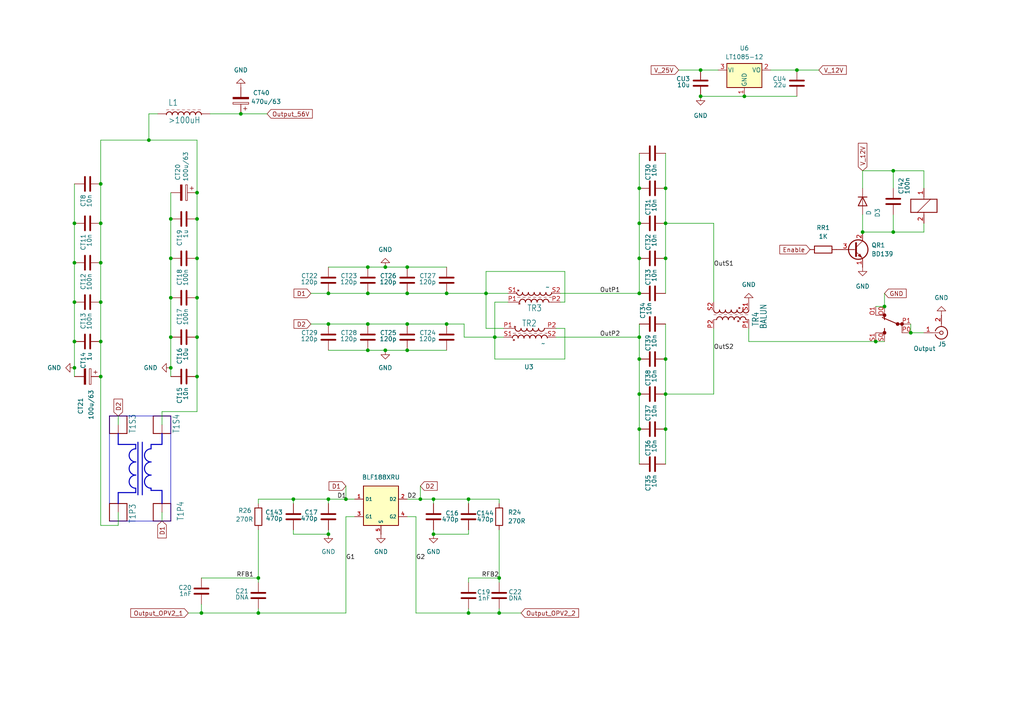
<source format=kicad_sch>
(kicad_sch (version 20231120) (generator "eeschema") (generator_version "8.0")
  (paper "A4")
  (lib_symbols
    (symbol "Connector:Conn_Coaxial" (pin_names (offset 1.016) hide)
      (property "Reference" "J" (at 0.254 3.048 0))
      (property "Value" "Conn_Coaxial" (at 2.921 0 90))
      (symbol "Conn_Coaxial_1_1"
        (pin passive line (at -5.08 0 0) (length 2.54) (name "In") (number "1"))
        (pin passive line (at 0 -5.08 90) (length 2.54) (name "Ext") (number "2"))
      )
    )
    (symbol "Device:C" (pin_numbers hide) (pin_names (offset 0.254))
      (property "Reference" "C" (at 0.635 2.54 0))
      (property "Value" "C" (at 0.635 -2.54 0))
      (symbol "C_1_1"
        (pin passive line (at 0 3.81 270) (length 2.794) (name "~") (number "1"))
        (pin passive line (at 0 -3.81 90) (length 2.794) (name "~") (number "2"))
      )
    )
    (symbol "Device:C_Polarized" (pin_numbers hide) (pin_names (offset 0.254))
      (property "Reference" "C" (at 0.635 2.54 0))
      (property "Value" "C_Polarized" (at 0.635 -2.54 0))
      (symbol "C_Polarized_1_1"
        (pin passive line (at 0 3.81 270) (length 2.794) (name "~") (number "1"))
        (pin passive line (at 0 -3.81 90) (length 2.794) (name "~") (number "2"))
      )
    )
    (symbol "Device:D" (pin_numbers hide) (pin_names (offset 1.016) hide)
      (property "Reference" "D" (at 0 2.54 0))
      (property "Value" "D" (at 0 -2.54 0))
      (symbol "D_1_1"
        (pin passive line (at -3.81 0 0) (length 2.54) (name "K") (number "1"))
        (pin passive line (at 3.81 0 180) (length 2.54) (name "A") (number "2"))
      )
    )
    (symbol "Device:R" (pin_numbers hide) (pin_names (offset 0))
      (property "Reference" "R" (at 2.032 0 90))
      (property "Value" "R" (at 0 0 90))
      (symbol "R_1_1"
        (pin passive line (at 0 3.81 270) (length 1.27) (name "~") (number "1"))
        (pin passive line (at 0 -3.81 90) (length 1.27) (name "~") (number "2"))
      )
    )
    (symbol "New_Library_0:BLF188XRU"
      (property "Reference" "U3" (at 42.926 40.894 0))
      (property "Value" "BLF188XRU" (at 0 8.89 0))
      (symbol "BLF188XRU_1_1"
        (pin input line (at -7.62 2.54 0) (length 2.54) (name "D1") (number "1"))
        (pin output line (at 7.62 2.54 180) (length 2.54) (name "D2") (number "2"))
        (pin input line (at -7.62 -2.54 0) (length 2.54) (name "G1") (number "3"))
        (pin input line (at 7.62 -2.54 180) (length 2.54) (name "G2") (number "4"))
        (pin power_in line (at 0 -7.62 90) (length 2.54) (name "S") (number "5"))
      )
    )
    (symbol "Regulator_Linear:LT1085-12" (pin_names (offset 0.254))
      (property "Reference" "U" (at -3.81 3.175 0))
      (property "Value" "LT1085-12" (at 0 3.175 0))
      (symbol "LT1085-12_1_1"
        (pin power_in line (at 0 -7.62 90) (length 2.54) (name "GND") (number "1"))
        (pin power_out line (at 7.62 0 180) (length 2.54) (name "VO") (number "2"))
        (pin power_in line (at -7.62 0 0) (length 2.54) (name "VI") (number "3"))
      )
    )
    (symbol "Transistor_BJT:BD139" (pin_names (offset 0) hide)
      (property "Reference" "Q" (at 5.08 1.905 0))
      (property "Value" "BD139" (at 5.08 0 0))
      (symbol "BD139_1_1"
        (pin passive line (at 2.54 -5.08 90) (length 2.54) (name "E") (number "1"))
        (pin passive line (at 2.54 5.08 270) (length 2.54) (name "C") (number "2"))
        (pin input line (at -5.08 0 0) (length 5.08) (name "B") (number "3"))
      )
    )
    (symbol "kwpa_ldmos2-eagle-import:G2RE"
      (symbol "G2RE_1_0"
        (pin passive line (at 0 5.08 270) (length 2.54) (name "1") (number "1"))
        (pin passive line (at 0 -5.08 90) (length 2.54) (name "2") (number "2"))
      )
      (symbol "G2RE_2_0"
        (pin passive line (at 5.08 5.08 180) (length 2.54) (name "O") (number "O0"))
        (pin passive line (at 5.08 7.62 180) (length 2.54) (name "O@1") (number "O1"))
        (pin passive line (at -2.54 -2.54 90) (length 2.54) (name "P@1") (number "P0"))
        (pin passive line (at 0 -2.54 90) (length 2.54) (name "P") (number "P1"))
        (pin passive line (at -5.08 5.08 0) (length 2.54) (name "S") (number "S0"))
        (pin passive line (at -5.08 7.62 0) (length 2.54) (name "S@1") (number "S1"))
      )
    )
    (symbol "kwpa_ldmos2-eagle-import:km_HF_SPULE_1W30X12"
      (property "Reference" "L" (at -4.572 2.286 0))
      (symbol "km_HF_SPULE_1W30X12_1_0"
        (pin passive line (at 7.62 0 180) (length 2.54) (name "1") (number "P$1"))
        (pin passive line (at -7.62 0 0) (length 2.54) (name "2") (number "P$2"))
      )
    )
    (symbol "kwpa_ldmos2-eagle-import:km_HF_TRAFO_1W_1WMANTEL_STEHEND"
      (property "Reference" "TR" (at -4.572 6.096 0))
      (symbol "km_HF_TRAFO_1W_1WMANTEL_STEHEND_1_0"
        (text "*" (at -3.4925 3.175 0) (effects (font (size 1.27 1.0795)) (justify left bottom)))
        (text "*" (at 0.3175 3.4925 0) (effects (font (size 1.27 1.0795)) (justify left bottom)))
        (pin passive line (at -5.08 5.08 0) (length 2.54) (name "P1") (number "P1"))
        (pin passive line (at -5.08 -5.08 0) (length 2.54) (name "P2") (number "P2"))
        (pin passive line (at 2.54 5.08 180) (length 2.54) (name "S1") (number "S1"))
        (pin passive line (at 2.54 -5.08 180) (length 2.54) (name "S2") (number "S2"))
      )
    )
    (symbol "kwpa_ldmos2-eagle-import:km_HF_TRAFO_1W_1W_GERADE_DOPPELROHR"
      (property "Reference" "TR" (at 4.572 -1.016 0))
      (symbol "km_HF_TRAFO_1W_1W_GERADE_DOPPELROHR_1_0"
        (text "*" (at -3.4925 2.8575 900) (effects (font (size 1.27 1.0795)) (justify left bottom)))
        (text "*" (at -3.175 -0.9525 900) (effects (font (size 1.27 1.0795)) (justify left bottom)))
        (pin passive line (at -7.62 0 0) (length 2.54) (name "P1") (number "P1"))
        (pin passive line (at 7.62 0 180) (length 2.54) (name "P2") (number "P2"))
        (pin passive line (at -7.62 2.54 0) (length 2.54) (name "S1") (number "S1"))
        (pin passive line (at 7.62 2.54 180) (length 2.54) (name "S2") (number "S2"))
      )
    )
    (symbol "kwpa_ldmos2-eagle-import:km_HF_TRAFO_1W_1W_GERADE_DOPPELROHRREVERSE"
      (property "Reference" "TR" (at 4.572 -1.016 0))
      (symbol "km_HF_TRAFO_1W_1W_GERADE_DOPPELROHRREVERSE_1_0"
        (text "*" (at -3.4925 2.8575 900) (effects (font (size 1.27 1.0795)) (justify left bottom)))
        (text "*" (at -3.175 -0.9525 900) (effects (font (size 1.27 1.0795)) (justify left bottom)))
        (pin passive line (at -7.62 0 0) (length 2.54) (name "P1") (number "P1"))
        (pin passive line (at 7.62 0 180) (length 2.54) (name "P2") (number "P2"))
        (pin passive line (at -7.62 2.54 0) (length 2.54) (name "S1") (number "S1"))
        (pin passive line (at 7.62 2.54 180) (length 2.54) (name "S2") (number "S2"))
      )
    )
    (symbol "kwpa_ldmos2-eagle-import:km_THICKPINSMD2,5X4"
      (property "Reference" "JP" (at -5.08 3.81 0))
      (symbol "km_THICKPINSMD2,5X4_1_0"
        (pin bidirectional line (at -2.54 0 0) (length 2.54) (name "1") (number "P$1"))
      )
    )
    (symbol "power:GND" (power) (pin_numbers hide) (pin_names (offset 0) hide)
      (property "Value" "GND" (at 0 -3.81 0))
      (symbol "GND_1_1"
        (pin power_in line (at 0 0 270) (length 0) (name "~") (number "1"))
      )
    )
  )
  (junction (at 193.04 54.61))
  (junction (at 118.11 101.6))
  (junction (at 125.73 144.78))
  (junction (at 95.25 154.94))
  (junction (at 74.93 167.64))
  (junction (at 21.59 99.06))
  (junction (at 254 99.06))
  (junction (at 203.2 20.32))
  (junction (at 43.18 40.64))
  (junction (at 193.04 64.77))
  (junction (at 21.59 87.63))
  (junction (at 49.53 63.5))
  (junction (at 49.53 106.68))
  (junction (at 125.73 154.94))
  (junction (at 106.68 101.6))
  (junction (at 49.53 97.79))
  (junction (at 129.54 85.09))
  (junction (at 215.9 27.94))
  (junction (at 193.04 124.46))
  (junction (at 129.54 93.98))
  (junction (at 231.14 20.32))
  (junction (at 100.33 144.78))
  (junction (at 21.59 106.68))
  (junction (at 250.19 67.31))
  (junction (at 118.11 93.98))
  (junction (at 193.04 114.3))
  (junction (at 29.21 64.77))
  (junction (at 29.21 87.63))
  (junction (at 95.25 144.78))
  (junction (at 95.25 93.98))
  (junction (at 185.42 54.61))
  (junction (at 57.15 97.79))
  (junction (at 106.68 93.98))
  (junction (at 49.53 74.93))
  (junction (at 185.42 85.09))
  (junction (at 185.42 104.14))
  (junction (at 135.89 144.78))
  (junction (at 21.59 76.2))
  (junction (at 118.11 85.09))
  (junction (at 29.21 99.06))
  (junction (at 193.04 74.93))
  (junction (at 49.53 86.36))
  (junction (at 57.15 74.93))
  (junction (at 193.04 104.14))
  (junction (at 74.93 177.8))
  (junction (at 256.54 88.9))
  (junction (at 121.92 144.78))
  (junction (at 57.15 55.88))
  (junction (at 29.21 109.22))
  (junction (at 106.68 77.47))
  (junction (at 95.25 85.09))
  (junction (at 203.2 27.94))
  (junction (at 135.89 177.8))
  (junction (at 259.08 49.53))
  (junction (at 29.21 53.34))
  (junction (at 29.21 76.2))
  (junction (at 118.11 77.47))
  (junction (at 143.51 97.79))
  (junction (at 185.42 97.79))
  (junction (at 111.76 101.6))
  (junction (at 58.42 177.8))
  (junction (at 185.42 124.46))
  (junction (at 144.78 167.64))
  (junction (at 57.15 63.5))
  (junction (at 57.15 86.36))
  (junction (at 85.09 144.78))
  (junction (at 57.15 109.22))
  (junction (at 185.42 114.3))
  (junction (at 106.68 85.09))
  (junction (at 259.08 67.31))
  (junction (at 69.85 33.02))
  (junction (at 140.97 85.09))
  (junction (at 111.76 77.47))
  (junction (at 21.59 64.77))
  (junction (at 185.42 74.93))
  (junction (at 264.16 96.52))
  (junction (at 144.78 177.8))
  (junction (at 185.42 64.77))
  (wire (pts (xy 49.53 63.5) (xy 49.53 74.93)))
  (polyline (pts (xy 31.75 120.65) (xy 49.53 120.65)) (stroke (width 0.1524) (type solid)))
  (polyline (pts (xy 43.815 128.905) (xy 46.99 128.905)) (stroke (width 0.3048) (type solid)))
  (wire (pts (xy 264.16 93.98) (xy 264.16 96.52)))
  (wire (pts (xy 118.11 77.47) (xy 129.54 77.47)))
  (wire (pts (xy 29.21 99.06) (xy 29.21 109.22)))
  (wire (pts (xy 231.14 20.32) (xy 237.49 20.32)))
  (wire (pts (xy 264.16 96.52) (xy 267.97 96.52)))
  (wire (pts (xy 250.19 67.31) (xy 259.08 67.31)))
  (wire (pts (xy 95.25 93.98) (xy 106.68 93.98)))
  (wire (pts (xy 259.08 67.31) (xy 267.97 67.31)))
  (wire (pts (xy 74.93 144.78) (xy 85.09 144.78)))
  (wire (pts (xy 144.78 153.67) (xy 144.78 167.64)))
  (polyline (pts (xy 41.275 143.51) (xy 41.275 128.27)) (stroke (width 0.3048) (type solid)))
  (polyline (pts (xy 46.99 142.24) (xy 46.99 146.05)) (stroke (width 0.3048) (type solid)))
  (wire (pts (xy 49.53 97.79) (xy 49.53 106.68)))
  (wire (pts (xy 135.89 144.78) (xy 144.78 144.78)))
  (wire (pts (xy 203.2 27.94) (xy 215.9 27.94)))
  (wire (pts (xy 106.68 85.09) (xy 118.11 85.09)))
  (wire (pts (xy 95.25 85.09) (xy 106.68 85.09)))
  (wire (pts (xy 129.54 93.98) (xy 134.62 93.98)) (stroke (width 0.1524)))
  (wire (pts (xy 46.99 151.13) (xy 46.99 148.59)))
  (wire (pts (xy 106.68 93.98) (xy 118.11 93.98)))
  (wire (pts (xy 74.93 144.78) (xy 74.93 146.05)))
  (wire (pts (xy 57.15 86.36) (xy 57.15 97.79)))
  (wire (pts (xy 120.65 149.86) (xy 118.11 149.86)))
  (wire (pts (xy 95.25 153.67) (xy 95.25 154.94)))
  (wire (pts (xy 100.33 149.86) (xy 100.33 177.8)))
  (wire (pts (xy 49.53 86.36) (xy 49.53 97.79)))
  (wire (pts (xy 135.89 177.8) (xy 144.78 177.8)))
  (wire (pts (xy 135.89 168.91) (xy 135.89 167.64)))
  (wire (pts (xy 193.04 124.46) (xy 193.04 134.62)))
  (wire (pts (xy 163.83 78.74) (xy 140.97 78.74)) (stroke (width 0.1524)))
  (wire (pts (xy 34.29 120.65) (xy 34.29 123.19)))
  (wire (pts (xy 29.21 109.22) (xy 29.21 152.4)))
  (wire (pts (xy 146.05 95.25) (xy 140.97 95.25)) (stroke (width 0.1524)))
  (polyline (pts (xy 43.815 130.175) (xy 43.815 128.905)) (stroke (width 0.3048) (type solid)))
  (wire (pts (xy 120.65 149.86) (xy 120.65 177.8)))
  (wire (pts (xy 57.15 55.88) (xy 57.15 63.5)))
  (wire (pts (xy 95.25 144.78) (xy 95.25 146.05)))
  (wire (pts (xy 74.93 167.64) (xy 74.93 168.91)))
  (wire (pts (xy 193.04 93.98) (xy 193.04 104.14)))
  (wire (pts (xy 193.04 64.77) (xy 193.04 74.93)))
  (wire (pts (xy 125.73 144.78) (xy 135.89 144.78)))
  (polyline (pts (xy 43.815 142.24) (xy 46.99 142.24)) (stroke (width 0.3048) (type solid)))
  (wire (pts (xy 162.56 87.63) (xy 163.83 87.63)) (stroke (width 0.1524)))
  (wire (pts (xy 135.89 154.94) (xy 125.73 154.94)))
  (wire (pts (xy 111.76 77.47) (xy 118.11 77.47)))
  (wire (pts (xy 49.53 74.93) (xy 49.53 86.36)))
  (wire (pts (xy 193.04 74.93) (xy 193.04 85.09)))
  (wire (pts (xy 223.52 20.32) (xy 231.14 20.32)))
  (wire (pts (xy 147.32 85.09) (xy 140.97 85.09)) (stroke (width 0.1524)))
  (wire (pts (xy 95.25 77.47) (xy 106.68 77.47)))
  (wire (pts (xy 21.59 53.34) (xy 21.59 64.77)))
  (wire (pts (xy 203.2 20.32) (xy 208.28 20.32)))
  (wire (pts (xy 43.18 40.64) (xy 57.15 40.64)))
  (wire (pts (xy 250.19 62.23) (xy 250.19 67.31)))
  (wire (pts (xy 207.01 78.74) (xy 207.01 64.77)))
  (wire (pts (xy 217.17 99.06) (xy 254 99.06)))
  (wire (pts (xy 58.42 177.8) (xy 58.42 175.26)))
  (wire (pts (xy 29.21 64.77) (xy 29.21 76.2)))
  (wire (pts (xy 46.99 119.38) (xy 46.99 123.19)))
  (wire (pts (xy 185.42 104.14) (xy 185.42 114.3)))
  (wire (pts (xy 118.11 144.78) (xy 121.92 144.78)))
  (wire (pts (xy 111.76 101.6) (xy 118.11 101.6)))
  (wire (pts (xy 95.25 144.78) (xy 100.33 144.78)))
  (wire (pts (xy 185.42 93.98) (xy 185.42 97.79)))
  (wire (pts (xy 54.61 177.8) (xy 58.42 177.8)))
  (wire (pts (xy 256.54 88.9) (xy 254 88.9)))
  (polyline (pts (xy 46.99 128.905) (xy 46.99 125.73)) (stroke (width 0.3048) (type solid)))
  (wire (pts (xy 144.78 167.64) (xy 144.78 168.91)))
  (wire (pts (xy 29.21 152.4) (xy 34.29 152.4)))
  (wire (pts (xy 193.04 54.61) (xy 193.04 64.77)))
  (wire (pts (xy 143.51 104.14) (xy 143.51 97.79)) (stroke (width 0.1524)))
  (wire (pts (xy 193.04 114.3) (xy 193.04 124.46)))
  (wire (pts (xy 162.56 85.09) (xy 185.42 85.09)) (stroke (width 0.1524)))
  (wire (pts (xy 144.78 146.05) (xy 144.78 144.78)))
  (wire (pts (xy 140.97 95.25) (xy 140.97 85.09)) (stroke (width 0.1524)))
  (wire (pts (xy 34.29 152.4) (xy 34.29 148.59)))
  (wire (pts (xy 140.97 78.74) (xy 140.97 85.09)) (stroke (width 0.1524)))
  (polyline (pts (xy 43.815 141.605) (xy 43.815 142.24)) (stroke (width 0.3048) (type solid)))
  (polyline (pts (xy 31.75 146.05) (xy 31.75 120.65)) (stroke (width 0.1524) (type solid)))
  (wire (pts (xy 57.15 109.22) (xy 57.15 119.38)))
  (wire (pts (xy 144.78 176.53) (xy 144.78 177.8)))
  (wire (pts (xy 85.09 154.94) (xy 95.25 154.94)))
  (polyline (pts (xy 40.005 143.51) (xy 40.005 128.27)) (stroke (width 0.3048) (type solid)))
  (wire (pts (xy 163.83 95.25) (xy 163.83 104.14)) (stroke (width 0.1524)))
  (wire (pts (xy 121.92 140.97) (xy 121.92 144.78)))
  (wire (pts (xy 29.21 76.2) (xy 29.21 87.63)))
  (polyline (pts (xy 49.53 120.65) (xy 49.53 151.13)) (stroke (width 0.1524) (type solid)))
  (wire (pts (xy 144.78 177.8) (xy 151.13 177.8)))
  (wire (pts (xy 43.18 33.02) (xy 43.18 40.64)))
  (wire (pts (xy 57.15 97.79) (xy 57.15 109.22)))
  (wire (pts (xy 161.29 95.25) (xy 163.83 95.25)) (stroke (width 0.1524)))
  (wire (pts (xy 118.11 93.98) (xy 129.54 93.98)) (stroke (width 0.1524)))
  (wire (pts (xy 85.09 144.78) (xy 95.25 144.78)))
  (wire (pts (xy 74.93 153.67) (xy 74.93 167.64)))
  (wire (pts (xy 250.19 49.53) (xy 259.08 49.53)))
  (wire (pts (xy 193.04 114.3) (xy 207.01 114.3)))
  (wire (pts (xy 118.11 101.6) (xy 129.54 101.6)))
  (wire (pts (xy 193.04 44.45) (xy 193.04 54.61)))
  (wire (pts (xy 74.93 176.53) (xy 74.93 177.8)))
  (wire (pts (xy 125.73 154.94) (xy 125.73 153.67)))
  (wire (pts (xy 134.62 97.79) (xy 134.62 93.98)) (stroke (width 0.1524)))
  (wire (pts (xy 90.17 85.09) (xy 95.25 85.09)))
  (wire (pts (xy 140.97 85.09) (xy 129.54 85.09)) (stroke (width 0.1524)))
  (wire (pts (xy 43.18 33.02) (xy 45.72 33.02)))
  (wire (pts (xy 146.05 97.79) (xy 143.51 97.79)) (stroke (width 0.1524)))
  (wire (pts (xy 106.68 101.6) (xy 111.76 101.6)))
  (wire (pts (xy 143.51 97.79) (xy 134.62 97.79)) (stroke (width 0.1524)))
  (wire (pts (xy 106.68 77.47) (xy 111.76 77.47)))
  (wire (pts (xy 29.21 87.63) (xy 29.21 99.06)))
  (wire (pts (xy 118.11 85.09) (xy 129.54 85.09)) (stroke (width 0.1524)))
  (wire (pts (xy 120.65 177.8) (xy 135.89 177.8)))
  (wire (pts (xy 267.97 64.77) (xy 267.97 67.31)))
  (wire (pts (xy 135.89 167.64) (xy 144.78 167.64)))
  (wire (pts (xy 196.85 20.32) (xy 203.2 20.32)))
  (wire (pts (xy 215.9 27.94) (xy 231.14 27.94)))
  (wire (pts (xy 125.73 144.78) (xy 125.73 146.05)))
  (wire (pts (xy 85.09 144.78) (xy 85.09 146.05)))
  (polyline (pts (xy 34.29 128.905) (xy 34.29 125.73)) (stroke (width 0.3048) (type solid)))
  (wire (pts (xy 21.59 76.2) (xy 21.59 87.63)))
  (wire (pts (xy 207.01 95.25) (xy 207.01 114.3)))
  (wire (pts (xy 57.15 119.38) (xy 46.99 119.38)))
  (wire (pts (xy 143.51 87.63) (xy 143.51 97.79)) (stroke (width 0.1524)))
  (wire (pts (xy 250.19 49.53) (xy 250.19 54.61)))
  (wire (pts (xy 259.08 49.53) (xy 267.97 49.53)))
  (wire (pts (xy 90.17 93.98) (xy 95.25 93.98)))
  (wire (pts (xy 95.25 101.6) (xy 106.68 101.6)))
  (wire (pts (xy 185.42 74.93) (xy 185.42 85.09)))
  (polyline (pts (xy 39.37 141.605) (xy 39.37 142.875)) (stroke (width 0.3048) (type solid)))
  (polyline (pts (xy 39.37 130.175) (xy 39.37 128.905)) (stroke (width 0.3048) (type solid)))
  (wire (pts (xy 256.54 85.09) (xy 256.54 88.9)))
  (wire (pts (xy 185.42 54.61) (xy 185.42 64.77)))
  (wire (pts (xy 69.85 33.02) (xy 77.47 33.02)))
  (polyline (pts (xy 39.37 128.905) (xy 34.29 128.905)) (stroke (width 0.3048) (type solid)))
  (wire (pts (xy 135.89 153.67) (xy 135.89 154.94)))
  (wire (pts (xy 57.15 74.93) (xy 57.15 86.36)))
  (wire (pts (xy 21.59 64.77) (xy 21.59 76.2)))
  (polyline (pts (xy 39.37 142.875) (xy 34.29 142.875)) (stroke (width 0.3048) (type solid)))
  (wire (pts (xy 254 99.06) (xy 256.54 99.06)))
  (wire (pts (xy 185.42 114.3) (xy 185.42 124.46)))
  (wire (pts (xy 100.33 144.78) (xy 102.87 144.78)))
  (wire (pts (xy 29.21 53.34) (xy 29.21 40.64)))
  (wire (pts (xy 135.89 176.53) (xy 135.89 177.8)))
  (wire (pts (xy 29.21 53.34) (xy 29.21 64.77)))
  (wire (pts (xy 193.04 104.14) (xy 193.04 114.3)))
  (wire (pts (xy 21.59 87.63) (xy 21.59 99.06)))
  (polyline (pts (xy 49.53 151.13) (xy 31.75 151.13)) (stroke (width 0.1524) (type solid)))
  (wire (pts (xy 185.42 64.77) (xy 185.42 74.93)))
  (wire (pts (xy 60.96 33.02) (xy 69.85 33.02)))
  (wire (pts (xy 163.83 104.14) (xy 143.51 104.14)) (stroke (width 0.1524)))
  (wire (pts (xy 21.59 99.06) (xy 21.59 106.68)))
  (wire (pts (xy 217.17 95.25) (xy 217.17 99.06)))
  (wire (pts (xy 49.53 106.68) (xy 49.53 109.22)))
  (polyline (pts (xy 34.29 142.875) (xy 34.29 146.05)) (stroke (width 0.3048) (type solid)))
  (wire (pts (xy 163.83 87.63) (xy 163.83 78.74)) (stroke (width 0.1524)))
  (wire (pts (xy 161.29 97.79) (xy 185.42 97.79)) (stroke (width 0.1524)))
  (wire (pts (xy 85.09 153.67) (xy 85.09 154.94)))
  (wire (pts (xy 185.42 124.46) (xy 185.42 134.62)))
  (wire (pts (xy 58.42 177.8) (xy 74.93 177.8)))
  (wire (pts (xy 207.01 64.77) (xy 193.04 64.77)))
  (wire (pts (xy 100.33 140.97) (xy 100.33 144.78)))
  (wire (pts (xy 29.21 40.64) (xy 43.18 40.64)))
  (wire (pts (xy 185.42 44.45) (xy 185.42 54.61)))
  (wire (pts (xy 21.59 106.68) (xy 21.59 109.22)))
  (wire (pts (xy 147.32 87.63) (xy 143.51 87.63)) (stroke (width 0.1524)))
  (wire (pts (xy 185.42 97.79) (xy 185.42 93.98)) (stroke (width 0.1524)))
  (wire (pts (xy 100.33 149.86) (xy 102.87 149.86)))
  (wire (pts (xy 58.42 167.64) (xy 74.93 167.64)))
  (wire (pts (xy 100.33 177.8) (xy 74.93 177.8)))
  (wire (pts (xy 57.15 40.64) (xy 57.15 55.88)))
  (wire (pts (xy 267.97 49.53) (xy 267.97 54.61)))
  (wire (pts (xy 49.53 55.88) (xy 49.53 63.5)))
  (wire (pts (xy 259.08 62.23) (xy 259.08 67.31)))
  (wire (pts (xy 57.15 63.5) (xy 57.15 74.93)))
  (wire (pts (xy 121.92 144.78) (xy 125.73 144.78)))
  (wire (pts (xy 259.08 49.53) (xy 259.08 54.61)))
  (wire (pts (xy 185.42 97.79) (xy 185.42 104.14)))
  (wire (pts (xy 207.01 87.63) (xy 207.01 78.74)) (stroke (width 0.1524)))
  (wire (pts (xy 135.89 144.78) (xy 135.89 146.05)))
  (arc (start 43.815 141.605) (mid 41.91 139.7) (end 43.815 137.795) (stroke (width 0.3048)))
  (arc (start 43.815 137.795) (mid 41.91 135.89) (end 43.815 133.985) (stroke (width 0.3048)))
  (arc (start 39.37 133.985) (mid 37.465 132.08) (end 39.37 130.175) (stroke (width 0.3048)))
  (arc (start 43.815 133.985) (mid 41.91 132.08) (end 43.815 130.175) (stroke (width 0.3048)))
  (arc (start 39.37 137.795) (mid 37.465 135.89) (end 39.37 133.985) (stroke (width 0.3048)))
  (arc (start 39.37 141.605) (mid 37.465 139.7) (end 39.37 137.795) (stroke (width 0.3048)))
  (label "G2" (at 120.65 162.56 0))
  (label "RFB1" (at 68.58 167.64 0))
  (label "OutP1" (at 173.99 85.09 0))
  (label "OutS1" (at 207.01 77.47 0))
  (label "OutS2" (at 207.01 101.6 0))
  (label "D2" (at 118.11 144.78 0))
  (label "D1" (at 97.79 144.78 0))
  (label "OutP2" (at 173.99 97.79 0))
  (label "G1" (at 100.33 162.56 0))
  (label "RFB2" (at 139.7 167.64 0))
  (global_label "V_12V" (shape input) (at 237.49 20.32 0) (property "Intersheetrefs" "${INTERSHEET_REFS}" (effects (hide yes))))
  (global_label "Output_OPV2_2" (shape input) (at 151.13 177.8 0) (property "Intersheetrefs" "${INTERSHEET_REFS}" (effects (hide yes))))
  (global_label "D2" (shape input) (at 90.17 93.98 180) (property "Intersheetrefs" "${INTERSHEET_REFS}" (effects (hide yes))))
  (global_label "Output_OPV2_1" (shape input) (at 54.61 177.8 180) (property "Intersheetrefs" "${INTERSHEET_REFS}" (effects (hide yes))))
  (global_label "V_25V" (shape input) (at 196.85 20.32 180) (property "Intersheetrefs" "${INTERSHEET_REFS}" (effects (hide yes))))
  (global_label "D2" (shape input) (at 121.92 140.97 0) (property "Intersheetrefs" "${INTERSHEET_REFS}" (effects (hide yes))))
  (global_label "D1" (shape input) (at 100.33 140.97 180) (property "Intersheetrefs" "${INTERSHEET_REFS}" (effects (hide yes))))
  (global_label "D1" (shape input) (at 46.99 151.13 270) (property "Intersheetrefs" "${INTERSHEET_REFS}" (effects (hide yes))))
  (global_label "V_12V" (shape input) (at 250.19 49.53 90) (property "Intersheetrefs" "${INTERSHEET_REFS}" (effects (hide yes))))
  (global_label "GND" (shape input) (at 256.54 85.09 0) (property "Intersheetrefs" "${INTERSHEET_REFS}" (effects (hide yes))))
  (global_label "Enable" (shape input) (at 234.95 72.39 180) (property "Intersheetrefs" "${INTERSHEET_REFS}" (effects (hide yes))))
  (global_label "D1" (shape input) (at 90.17 85.09 180) (property "Intersheetrefs" "${INTERSHEET_REFS}" (effects (hide yes))))
  (global_label "Output_56V" (shape input) (at 77.47 33.02 0) (property "Intersheetrefs" "${INTERSHEET_REFS}" (effects (hide yes))))
  (global_label "D2" (shape input) (at 34.29 120.65 90) (property "Intersheetrefs" "${INTERSHEET_REFS}" (effects (hide yes))))
  (symbol (lib_id "Transistor_BJT:BD139") (at 247.65 72.39 0) (unit 1)
    (property "Reference" "QR1" (at 252.73 71.1199 0) (effects (justify left)))
    (property "Value" "BD139" (at 252.73 73.6599 0) (effects (justify left)))
    (property "Footprint" "Package_TO_SOT_THT:TO-126-3_Vertical" (effects (hide yes)))
    (property "Datasheet" "http://www.st.com/internet/com/TECHNICAL_RESOURCES/TECHNICAL_LITERATURE/DATASHEET/CD00001225.pdf" (effects (hide yes)))
  )
  (symbol (lib_id "Device:D") (at 250.19 58.42 270) (unit 1)
    (property "Reference" "D3" (at 254.508 61.722 0))
    (property "Value" "D" (at 251.968 61.722 0))
    (property "Footprint" "Diode_SMD:D_SMA" (effects (hide yes)))
    (property "Description" "Diode" (effects (hide yes)))
    (property "Sim.Device" "D" (effects (hide yes)))
    (property "Sim.Pins" "1=K 2=A" (effects (hide yes)))
  )
  (symbol (lib_id "Device:C") (at 25.4 87.63 270) (unit 1)
    (property "Reference" "CT13" (at 24.13 90.678 0) (effects (justify left)))
    (property "Value" "100n" (at 25.908 90.678 0) (effects (justify left)))
    (property "Footprint" "Capacitor_SMD:C_1812_4532Metric_Pad1.57x3.40mm_HandSolder" (effects (hide yes)))
    (property "Description" "Unpolarized capacitor" (effects (hide yes)))
  )
  (symbol (lib_id "Device:C") (at 85.09 149.86 180) (unit 1)
    (property "Reference" "C143" (at 82.042 148.59 0) (effects (justify left)))
    (property "Value" "470p" (at 82.042 150.368 0) (effects (justify left)))
    (property "Footprint" "Capacitor_SMD:C_1210_3225Metric_Pad1.33x2.70mm_HandSolder" (effects (hide yes)))
    (property "Description" "Unpolarized capacitor" (effects (hide yes)))
  )
  (symbol (lib_id "power:GND") (at 111.76 101.6 0) (unit 1)
    (property "Reference" "#PWR09" (effects (hide yes)))
    (property "Value" "GND" (at 111.76 106.68 0))
    (property "Description" "Power symbol creates a global label with name \"GND\" , ground" (effects (hide yes)))
  )
  (symbol (lib_id "Device:C") (at 189.23 85.09 270) (unit 1)
    (property "Reference" "CT34" (at 186.436 87.63 0) (effects (justify left)))
    (property "Value" "10n" (at 188.214 87.63 0) (effects (justify left)))
    (property "Footprint" "Capacitor_SMD:C_1210_3225Metric_Pad1.33x2.70mm_HandSolder" (effects (hide yes)))
    (property "Description" "Unpolarized capacitor" (effects (hide yes)))
  )
  (symbol (lib_id "Device:C") (at 259.08 58.42 0) (unit 1)
    (property "Reference" "CT42" (at 261.366 56.388 90) (effects (justify left)))
    (property "Value" "100n" (at 263.144 56.388 90) (effects (justify left)))
    (property "Footprint" "Capacitor_SMD:C_0603_1608Metric_Pad1.08x0.95mm_HandSolder" (effects (hide yes)))
    (property "Description" "Unpolarized capacitor" (effects (hide yes)))
  )
  (symbol (lib_id "power:GND") (at 111.76 77.47 180) (unit 1)
    (property "Reference" "#PWR054" (effects (hide yes)))
    (property "Value" "GND" (at 111.76 72.39 0))
    (property "Description" "Power symbol creates a global label with name \"GND\" , ground" (effects (hide yes)))
  )
  (symbol (lib_id "power:GND") (at 21.59 106.68 270) (unit 1)
    (property "Reference" "#PWR06" (effects (hide yes)))
    (property "Value" "GND" (at 17.78 106.6799 90) (effects (justify right)))
    (property "Description" "Power symbol creates a global label with name \"GND\" , ground" (effects (hide yes)))
  )
  (symbol (lib_id "Device:C") (at 189.23 44.45 270) (unit 1)
    (property "Reference" "CT30" (at 187.96 47.498 0) (effects (justify left)))
    (property "Value" "10n" (at 189.738 47.498 0) (effects (justify left)))
    (property "Footprint" "Capacitor_SMD:C_1210_3225Metric_Pad1.33x2.70mm_HandSolder" (effects (hide yes)))
    (property "Description" "Unpolarized capacitor" (effects (hide yes)))
  )
  (symbol (lib_id "Device:C") (at 135.89 149.86 180) (unit 1)
    (property "Reference" "C144" (at 143.256 148.844 0) (effects (justify left)))
    (property "Value" "470p" (at 143.256 150.622 0) (effects (justify left)))
    (property "Footprint" "Capacitor_SMD:C_1210_3225Metric_Pad1.33x2.70mm_HandSolder" (effects (hide yes)))
    (property "Description" "Unpolarized capacitor" (effects (hide yes)))
  )
  (symbol (lib_id "Device:C") (at 53.34 109.22 270) (unit 1)
    (property "Reference" "CT15" (at 52.07 112.268 0) (effects (justify left)))
    (property "Value" "10n" (at 53.848 112.268 0) (effects (justify left)))
    (property "Footprint" "Capacitor_SMD:C_1812_4532Metric_Pad1.57x3.40mm_HandSolder" (effects (hide yes)))
    (property "Description" "Unpolarized capacitor" (effects (hide yes)))
  )
  (symbol (lib_id "Device:R") (at 144.78 149.86 0) (unit 1)
    (property "Reference" "R24" (at 147.32 148.5899 0) (effects (justify left)))
    (property "Value" "270R" (at 147.32 151.1299 0) (effects (justify left)))
    (property "Footprint" "Library:AX_1.000X.225_.034" (effects (hide yes)))
    (property "Description" "Resistor" (effects (hide yes)))
  )
  (symbol (lib_id "Device:C") (at 189.23 104.14 270) (unit 1)
    (property "Reference" "CT38" (at 187.96 107.188 0) (effects (justify left)))
    (property "Value" "10n" (at 189.738 107.188 0) (effects (justify left)))
    (property "Footprint" "Capacitor_SMD:C_1210_3225Metric_Pad1.33x2.70mm_HandSolder" (effects (hide yes)))
    (property "Description" "Unpolarized capacitor" (effects (hide yes)))
  )
  (symbol (lib_id "Device:C") (at 231.14 24.13 180) (unit 1)
    (property "Reference" "CU4" (at 228.092 22.86 0) (effects (justify left)))
    (property "Value" "22u" (at 228.092 24.638 0) (effects (justify left)))
    (property "Footprint" "Capacitor_SMD:C_0603_1608Metric_Pad1.08x0.95mm_HandSolder" (effects (hide yes)))
    (property "Description" "Unpolarized capacitor" (effects (hide yes)))
  )
  (symbol (lib_id "Device:C") (at 189.23 64.77 270) (unit 1)
    (property "Reference" "CT32" (at 187.96 67.818 0) (effects (justify left)))
    (property "Value" "10n" (at 189.738 67.818 0) (effects (justify left)))
    (property "Footprint" "Capacitor_SMD:C_1210_3225Metric_Pad1.33x2.70mm_HandSolder" (effects (hide yes)))
    (property "Description" "Unpolarized capacitor" (effects (hide yes)))
  )
  (symbol (lib_id "power:GND") (at 69.85 25.4 180) (unit 1)
    (property "Reference" "#PWR058" (effects (hide yes)))
    (property "Value" "GND" (at 69.85 20.32 0))
    (property "Description" "Power symbol creates a global label with name \"GND\" , ground" (effects (hide yes)))
  )
  (symbol (lib_id "Device:C") (at 58.42 171.45 180) (unit 1)
    (property "Reference" "C20" (at 55.626 170.434 0) (effects (justify left)))
    (property "Value" "1nF" (at 55.626 172.212 0) (effects (justify left)))
    (property "Footprint" "Capacitor_SMD:C_0603_1608Metric_Pad1.08x0.95mm_HandSolder" (effects (hide yes)))
    (property "Description" "Unpolarized capacitor" (effects (hide yes)))
  )
  (symbol (lib_id "Device:C") (at 203.2 24.13 180) (unit 1)
    (property "Reference" "CU3" (at 200.152 22.86 0) (effects (justify left)))
    (property "Value" "10u" (at 200.152 24.638 0) (effects (justify left)))
    (property "Footprint" "Capacitor_SMD:C_0603_1608Metric_Pad1.08x0.95mm_HandSolder" (effects (hide yes)))
    (property "Description" "Unpolarized capacitor" (effects (hide yes)))
  )
  (symbol (lib_id "Device:C") (at 189.23 54.61 270) (unit 1)
    (property "Reference" "CT31" (at 187.96 57.658 0) (effects (justify left)))
    (property "Value" "10n" (at 189.738 57.658 0) (effects (justify left)))
    (property "Footprint" "Capacitor_SMD:C_1210_3225Metric_Pad1.33x2.70mm_HandSolder" (effects (hide yes)))
    (property "Description" "Unpolarized capacitor" (effects (hide yes)))
  )
  (symbol (lib_id "power:GND") (at 217.17 87.63 180) (unit 1)
    (property "Reference" "#PWR056" (effects (hide yes)))
    (property "Value" "GND" (at 217.17 82.55 0))
    (property "Description" "Power symbol creates a global label with name \"GND\" , ground" (effects (hide yes)))
  )
  (symbol (lib_id "Device:C") (at 53.34 63.5 270) (unit 1)
    (property "Reference" "CT19" (at 52.07 66.548 0) (effects (justify left)))
    (property "Value" "1u" (at 53.848 66.548 0) (effects (justify left)))
    (property "Footprint" "Capacitor_SMD:C_1812_4532Metric_Pad1.57x3.40mm_HandSolder" (effects (hide yes)))
    (property "Description" "Unpolarized capacitor" (effects (hide yes)))
  )
  (symbol (lib_id "power:GND") (at 250.19 77.47 0) (mirror y) (unit 1)
    (property "Reference" "#PWR057" (effects (hide yes)))
    (property "Value" "GND" (at 250.19 83.058 0))
    (property "Description" "Power symbol creates a global label with name \"GND\" , ground" (effects (hide yes)))
  )
  (symbol (lib_id "Device:C") (at 95.25 97.79 180) (unit 1)
    (property "Reference" "CT29" (at 92.202 96.52 0) (effects (justify left)))
    (property "Value" "120p" (at 92.202 98.298 0) (effects (justify left)))
    (property "Footprint" "Capacitor_SMD:C_1812_4532Metric_Pad1.57x3.40mm_HandSolder" (effects (hide yes)))
    (property "Description" "Unpolarized capacitor" (effects (hide yes)))
  )
  (symbol (lib_id "kwpa_ldmos2-eagle-import:km_HF_TRAFO_1W_1WMANTEL_STEHEND") (at 212.09 90.17 270) (mirror x) (unit 1)
    (property "Reference" "TR4" (at 218.186 94.742 0) (effects (font (size 1.778 1.5113)) (justify left bottom)))
    (property "Value" "BALUN" (at 220.472 95.504 0) (effects (font (size 1.778 1.5113)) (justify left bottom)))
    (property "Footprint" "HF:DOPPELLMANTEL_STEHEND" (effects (hide yes)))
  )
  (symbol (lib_id "Connector:Conn_Coaxial") (at 273.05 96.52 0) (mirror x) (unit 1)
    (property "Reference" "J5" (at 272.034 99.822 0) (effects (justify left)))
    (property "Value" "Output" (at 264.922 101.092 0) (effects (justify left)))
    (property "Footprint" "Connector_Coaxial:SMA_Amphenol_901-144_Vertical" (effects (hide yes)))
    (property "Description" "coaxial connector (BNC, SMA, SMB, SMC, Cinch/RCA, LEMO, ...)" (effects (hide yes)))
  )
  (symbol (lib_id "Device:C") (at 25.4 53.34 270) (unit 1)
    (property "Reference" "CT8" (at 24.13 56.388 0) (effects (justify left)))
    (property "Value" "10n" (at 25.908 56.388 0) (effects (justify left)))
    (property "Footprint" "Capacitor_SMD:C_1812_4532Metric_Pad1.57x3.40mm_HandSolder" (effects (hide yes)))
    (property "Description" "Unpolarized capacitor" (effects (hide yes)))
  )
  (symbol (lib_id "kwpa_ldmos2-eagle-import:G2RE") (at 267.97 59.69 0) (unit 1)
    (property "Reference" "K1" (effects (hide yes)))
    (property "Footprint" "HF:G2RE" (effects (hide yes)))
    (property "Description" "RELAY\n\n1 x switch, high current, Omron" (effects (hide yes)))
  )
  (symbol (lib_id "Device:C") (at 125.73 149.86 180) (unit 1)
    (property "Reference" "C16" (at 133.096 148.844 0) (effects (justify left)))
    (property "Value" "470p" (at 133.096 150.622 0) (effects (justify left)))
    (property "Footprint" "Capacitor_SMD:C_1210_3225Metric_Pad1.33x2.70mm_HandSolder" (effects (hide yes)))
    (property "Description" "Unpolarized capacitor" (effects (hide yes)))
  )
  (symbol (lib_id "power:GND") (at 273.05 91.44 180) (unit 1)
    (property "Reference" "#PWR059" (effects (hide yes)))
    (property "Value" "GND" (at 273.05 86.36 0))
    (property "Description" "Power symbol creates a global label with name \"GND\" , ground" (effects (hide yes)))
  )
  (symbol (lib_id "kwpa_ldmos2-eagle-import:km_HF_TRAFO_1W_1W_GERADE_DOPPELROHR") (at 153.67 95.25 0) (mirror x) (unit 1)
    (property "Reference" "TR2" (at 155.702 94.742 0) (effects (font (size 1.778 1.5113)) (justify right top)))
    (property "Value" "~" (at 158.242 100.584 0) (effects (font (size 1.778 1.5113)) (justify right top)))
    (property "Footprint" "HF:DOPPELRINGKERN" (effects (hide yes)))
  )
  (symbol (lib_id "Device:C") (at 53.34 74.93 270) (unit 1)
    (property "Reference" "CT18" (at 52.07 77.978 0) (effects (justify left)))
    (property "Value" "100n" (at 53.848 77.978 0) (effects (justify left)))
    (property "Footprint" "Capacitor_SMD:C_1812_4532Metric_Pad1.57x3.40mm_HandSolder" (effects (hide yes)))
    (property "Description" "Unpolarized capacitor" (effects (hide yes)))
  )
  (symbol (lib_id "Device:C") (at 74.93 172.72 180) (unit 1)
    (property "Reference" "C21" (at 72.136 171.45 0) (effects (justify left)))
    (property "Value" "DNA" (at 72.136 173.228 0) (effects (justify left)))
    (property "Footprint" "Capacitor_SMD:C_0603_1608Metric_Pad1.08x0.95mm_HandSolder" (effects (hide yes)))
    (property "Description" "Unpolarized capacitor" (effects (hide yes)))
  )
  (symbol (lib_id "Device:C") (at 189.23 74.93 270) (unit 1)
    (property "Reference" "CT33" (at 187.96 77.978 0) (effects (justify left)))
    (property "Value" "10n" (at 189.738 77.978 0) (effects (justify left)))
    (property "Footprint" "Capacitor_SMD:C_1210_3225Metric_Pad1.33x2.70mm_HandSolder" (effects (hide yes)))
    (property "Description" "Unpolarized capacitor" (effects (hide yes)))
  )
  (symbol (lib_id "Device:C") (at 25.4 76.2 270) (unit 1)
    (property "Reference" "CT12" (at 24.13 79.248 0) (effects (justify left)))
    (property "Value" "100n" (at 25.908 79.248 0) (effects (justify left)))
    (property "Footprint" "Capacitor_SMD:C_1812_4532Metric_Pad1.57x3.40mm_HandSolder" (effects (hide yes)))
    (property "Description" "Unpolarized capacitor" (effects (hide yes)))
  )
  (symbol (lib_id "Device:C") (at 144.78 172.72 180) (unit 1)
    (property "Reference" "C22" (at 151.384 171.704 0) (effects (justify left)))
    (property "Value" "DNA" (at 151.384 173.482 0) (effects (justify left)))
    (property "Footprint" "Capacitor_SMD:C_0603_1608Metric_Pad1.08x0.95mm_HandSolder" (effects (hide yes)))
    (property "Description" "Unpolarized capacitor" (effects (hide yes)))
  )
  (symbol (lib_id "power:GND") (at 95.25 154.94 0) (unit 1)
    (property "Reference" "#PWR041" (effects (hide yes)))
    (property "Value" "GND" (at 95.25 160.02 0))
    (property "Description" "Power symbol creates a global label with name \"GND\" , ground" (effects (hide yes)))
  )
  (symbol (lib_id "Device:C") (at 135.89 172.72 180) (unit 1)
    (property "Reference" "C19" (at 142.24 171.704 0) (effects (justify left)))
    (property "Value" "1nF" (at 142.24 173.482 0) (effects (justify left)))
    (property "Footprint" "Capacitor_SMD:C_0603_1608Metric_Pad1.08x0.95mm_HandSolder" (effects (hide yes)))
    (property "Description" "Unpolarized capacitor" (effects (hide yes)))
  )
  (symbol (lib_id "New_Library_0:BLF188XRU") (at 110.49 147.32 0) (unit 1)
    (property "Reference" "U3" (at 153.416 106.426 0))
    (property "Value" "BLF188XRU" (at 110.49 138.43 0))
    (property "Footprint" "HF:BLF188" (effects (hide yes)))
  )
  (symbol (lib_id "Device:C") (at 95.25 81.28 180) (unit 1)
    (property "Reference" "CT22" (at 92.202 80.01 0) (effects (justify left)))
    (property "Value" "120p" (at 92.202 81.788 0) (effects (justify left)))
    (property "Footprint" "Capacitor_SMD:C_1812_4532Metric_Pad1.57x3.40mm_HandSolder" (effects (hide yes)))
    (property "Description" "Unpolarized capacitor" (effects (hide yes)))
  )
  (symbol (lib_id "Device:R") (at 238.76 72.39 270) (unit 1)
    (property "Reference" "RR1" (at 238.76 66.04 90))
    (property "Value" "1K" (at 238.76 68.58 90))
    (property "Footprint" "Resistor_SMD:R_0603_1608Metric_Pad0.98x0.95mm_HandSolder" (effects (hide yes)))
    (property "Description" "Resistor" (effects (hide yes)))
  )
  (symbol (lib_id "Device:C") (at 129.54 97.79 180) (unit 1)
    (property "Reference" "CT24" (at 126.492 96.52 0) (effects (justify left)))
    (property "Value" "120p" (at 126.492 98.298 0) (effects (justify left)))
    (property "Footprint" "Capacitor_SMD:C_1812_4532Metric_Pad1.57x3.40mm_HandSolder" (effects (hide yes)))
    (property "Description" "Unpolarized capacitor" (effects (hide yes)))
  )
  (symbol (lib_id "Device:C") (at 118.11 97.79 180) (unit 1)
    (property "Reference" "CT25" (at 115.062 96.52 0) (effects (justify left)))
    (property "Value" "120p" (at 115.062 98.298 0) (effects (justify left)))
    (property "Footprint" "Capacitor_SMD:C_1812_4532Metric_Pad1.57x3.40mm_HandSolder" (effects (hide yes)))
    (property "Description" "Unpolarized capacitor" (effects (hide yes)))
  )
  (symbol (lib_id "power:GND") (at 203.2 27.94 0) (mirror y) (unit 1)
    (property "Reference" "#PWR060" (effects (hide yes)))
    (property "Value" "GND" (at 203.2 33.528 0))
    (property "Description" "Power symbol creates a global label with name \"GND\" , ground" (effects (hide yes)))
  )
  (symbol (lib_id "Device:R") (at 74.93 149.86 0) (unit 1)
    (property "Reference" "R26" (at 69.088 148.082 0) (effects (justify left)))
    (property "Value" "270R" (at 68.326 150.622 0) (effects (justify left)))
    (property "Footprint" "Library:AX_1.000X.225_.034" (effects (hide yes)))
    (property "Description" "Resistor" (effects (hide yes)))
  )
  (symbol (lib_id "Regulator_Linear:LT1085-12") (at 215.9 20.32 0) (unit 1)
    (property "Reference" "U6" (at 215.9 13.97 0))
    (property "Value" "LT1085-12" (at 215.9 16.51 0))
    (property "Footprint" "Package_TO_SOT_THT:TO-220-3_Vertical" (effects (hide yes)))
    (property "Datasheet" "https://www.analog.com/media/en/technical-documentation/data-sheets/1083ffe.pdf" (effects (hide yes)))
    (property "Description" "3.0A 25V LDO Linear Regulator, Fixed Output 12V, TO-220/TO-263" (effects (hide yes)))
  )
  (symbol (lib_id "kwpa_ldmos2-eagle-import:km_HF_SPULE_1W30X12") (at 53.34 33.02 0) (unit 1)
    (property "Reference" "L1" (at 48.768 30.734 0) (effects (font (size 1.778 1.5113)) (justify left bottom)))
    (property "Value" ">100uH" (at 48.768 35.814 0) (effects (font (size 1.778 1.5113)) (justify left bottom)))
    (property "Footprint" "HF:KERN90_STEHEND_2PIN" (effects (hide yes)))
  )
  (symbol (lib_id "kwpa_ldmos2-eagle-import:km_THICKPINSMD2,5X4") (at 46.99 125.73 270) (unit 1)
    (property "Reference" "T1S4" (at 50.165 120.015 0) (effects (font (size 1.778 1.5113)) (justify left bottom)))
    (property "Value" "THICKPINSMD2,5X4" (effects (hide yes)))
    (property "Footprint" "HF:SMDPAD2,5X4" (effects (hide yes)))
  )
  (symbol (lib_id "Device:C") (at 118.11 81.28 180) (unit 1)
    (property "Reference" "CT26" (at 115.062 80.01 0) (effects (justify left)))
    (property "Value" "120p" (at 115.062 81.788 0) (effects (justify left)))
    (property "Footprint" "Capacitor_SMD:C_1812_4532Metric_Pad1.57x3.40mm_HandSolder" (effects (hide yes)))
    (property "Description" "Unpolarized capacitor" (effects (hide yes)))
  )
  (symbol (lib_id "Device:C_Polarized") (at 69.85 29.21 180) (unit 1)
    (property "Reference" "CT40" (at 78.232 26.924 0) (effects (justify left)))
    (property "Value" "470u/63" (at 81.534 29.464 0) (effects (justify left)))
    (property "Footprint" "HF:E5-13" (effects (hide yes)))
    (property "Description" "Polarized capacitor" (effects (hide yes)))
  )
  (symbol (lib_id "kwpa_ldmos2-eagle-import:km_THICKPINSMD2,5X4") (at 34.29 146.05 90) (unit 1)
    (property "Reference" "T1P3" (at 37.465 146.05 0) (effects (font (size 1.778 1.5113)) (justify right top)))
    (property "Value" "THICKPINSMD2,5X4" (effects (hide yes)))
    (property "Footprint" "HF:SMDPAD2,5X4" (effects (hide yes)))
  )
  (symbol (lib_id "Device:C") (at 25.4 64.77 270) (unit 1)
    (property "Reference" "CT11" (at 24.13 67.818 0) (effects (justify left)))
    (property "Value" "10n" (at 25.908 67.818 0) (effects (justify left)))
    (property "Footprint" "Capacitor_SMD:C_1812_4532Metric_Pad1.57x3.40mm_HandSolder" (effects (hide yes)))
    (property "Description" "Unpolarized capacitor" (effects (hide yes)))
  )
  (symbol (lib_id "Device:C") (at 106.68 81.28 180) (unit 1)
    (property "Reference" "CT23" (at 103.632 80.01 0) (effects (justify left)))
    (property "Value" "120p" (at 103.632 81.788 0) (effects (justify left)))
    (property "Footprint" "Capacitor_SMD:C_1812_4532Metric_Pad1.57x3.40mm_HandSolder" (effects (hide yes)))
    (property "Description" "Unpolarized capacitor" (effects (hide yes)))
  )
  (symbol (lib_id "Device:C") (at 189.23 124.46 270) (unit 1)
    (property "Reference" "CT36" (at 187.96 127.508 0) (effects (justify left)))
    (property "Value" "10n" (at 189.738 127.508 0) (effects (justify left)))
    (property "Footprint" "Capacitor_SMD:C_1210_3225Metric_Pad1.33x2.70mm_HandSolder" (effects (hide yes)))
    (property "Description" "Unpolarized capacitor" (effects (hide yes)))
  )
  (symbol (lib_id "kwpa_ldmos2-eagle-import:km_THICKPINSMD2,5X4") (at 46.99 146.05 90) (unit 1)
    (property "Reference" "T1P4" (at 53.34 151.13 0) (effects (font (size 1.778 1.5113)) (justify left bottom)))
    (property "Value" "THICKPINSMD2,5X4" (effects (hide yes)))
    (property "Footprint" "HF:SMDPAD2,5X4" (effects (hide yes)))
  )
  (symbol (lib_id "Device:C") (at 53.34 97.79 270) (unit 1)
    (property "Reference" "CT16" (at 52.07 100.838 0) (effects (justify left)))
    (property "Value" "10u" (at 53.848 100.838 0) (effects (justify left)))
    (property "Footprint" "Capacitor_SMD:C_1812_4532Metric_Pad1.57x3.40mm_HandSolder" (effects (hide yes)))
    (property "Description" "Unpolarized capacitor" (effects (hide yes)))
  )
  (symbol (lib_id "power:GND") (at 110.49 154.94 0) (unit 1)
    (property "Reference" "#PWR036" (effects (hide yes)))
    (property "Value" "GND" (at 110.49 160.02 0))
    (property "Description" "Power symbol creates a global label with name \"GND\" , ground" (effects (hide yes)))
  )
  (symbol (lib_id "Device:C") (at 25.4 99.06 270) (unit 1)
    (property "Reference" "CT14" (at 24.13 102.108 0) (effects (justify left)))
    (property "Value" "1u" (at 25.908 102.108 0) (effects (justify left)))
    (property "Footprint" "Capacitor_SMD:C_1812_4532Metric_Pad1.57x3.40mm_HandSolder" (effects (hide yes)))
    (property "Description" "Unpolarized capacitor" (effects (hide yes)))
  )
  (symbol (lib_id "Device:C_Polarized") (at 53.34 55.88 270) (unit 1)
    (property "Reference" "CT20" (at 51.562 47.498 0) (effects (justify left)))
    (property "Value" "100u/63" (at 53.848 43.942 0) (effects (justify left)))
    (property "Footprint" "HF:153CLV-1014" (effects (hide yes)))
    (property "Description" "Polarized capacitor" (effects (hide yes)))
  )
  (symbol (lib_id "Device:C") (at 106.68 97.79 180) (unit 1)
    (property "Reference" "CT28" (at 103.632 96.52 0) (effects (justify left)))
    (property "Value" "120p" (at 103.632 98.298 0) (effects (justify left)))
    (property "Footprint" "Capacitor_SMD:C_1812_4532Metric_Pad1.57x3.40mm_HandSolder" (effects (hide yes)))
    (property "Description" "Unpolarized capacitor" (effects (hide yes)))
  )
  (symbol (lib_id "Device:C") (at 189.23 114.3 270) (unit 1)
    (property "Reference" "CT37" (at 187.96 117.348 0) (effects (justify left)))
    (property "Value" "10n" (at 189.738 117.348 0) (effects (justify left)))
    (property "Footprint" "Capacitor_SMD:C_1210_3225Metric_Pad1.33x2.70mm_HandSolder" (effects (hide yes)))
    (property "Description" "Unpolarized capacitor" (effects (hide yes)))
  )
  (symbol (lib_id "Device:C") (at 129.54 81.28 180) (unit 1)
    (property "Reference" "CT27" (at 126.492 80.01 0) (effects (justify left)))
    (property "Value" "120p" (at 126.492 81.788 0) (effects (justify left)))
    (property "Footprint" "Capacitor_SMD:C_1812_4532Metric_Pad1.57x3.40mm_HandSolder" (effects (hide yes)))
    (property "Description" "Unpolarized capacitor" (effects (hide yes)))
  )
  (symbol (lib_id "Device:C") (at 95.25 149.86 180) (unit 1)
    (property "Reference" "C17" (at 92.202 148.59 0) (effects (justify left)))
    (property "Value" "470p" (at 92.202 150.368 0) (effects (justify left)))
    (property "Footprint" "Capacitor_SMD:C_1210_3225Metric_Pad1.33x2.70mm_HandSolder" (effects (hide yes)))
    (property "Description" "Unpolarized capacitor" (effects (hide yes)))
  )
  (symbol (lib_id "kwpa_ldmos2-eagle-import:G2RE") (at 261.62 93.98 90) (unit 2)
    (property "Reference" "K1" (effects (hide yes)))
    (property "Footprint" "HF:G2RE" (effects (hide yes)))
    (property "Description" "RELAY\n\n1 x switch, high current, Omron" (effects (hide yes)))
  )
  (symbol (lib_id "Device:C") (at 53.34 86.36 270) (unit 1)
    (property "Reference" "CT17" (at 52.07 89.408 0) (effects (justify left)))
    (property "Value" "100n" (at 53.848 89.408 0) (effects (justify left)))
    (property "Footprint" "Capacitor_SMD:C_1812_4532Metric_Pad1.57x3.40mm_HandSolder" (effects (hide yes)))
    (property "Description" "Unpolarized capacitor" (effects (hide yes)))
  )
  (symbol (lib_id "kwpa_ldmos2-eagle-import:km_THICKPINSMD2,5X4") (at 34.29 125.73 270) (unit 1)
    (property "Reference" "T1S3" (at 37.465 120.015 0) (effects (font (size 1.778 1.5113)) (justify left bottom)))
    (property "Value" "THICKPINSMD2,5X4" (effects (hide yes)))
    (property "Footprint" "HF:SMDPAD2,5X4" (effects (hide yes)))
  )
  (symbol (lib_id "Device:C") (at 189.23 93.98 270) (unit 1)
    (property "Reference" "CT39" (at 187.96 97.028 0) (effects (justify left)))
    (property "Value" "10n" (at 189.738 97.028 0) (effects (justify left)))
    (property "Footprint" "Capacitor_SMD:C_1210_3225Metric_Pad1.33x2.70mm_HandSolder" (effects (hide yes)))
    (property "Description" "Unpolarized capacitor" (effects (hide yes)))
  )
  (symbol (lib_id "power:GND") (at 125.73 154.94 0) (unit 1)
    (property "Reference" "#PWR046" (effects (hide yes)))
    (property "Value" "GND" (at 125.73 160.02 0))
    (property "Description" "Power symbol creates a global label with name \"GND\" , ground" (effects (hide yes)))
  )
  (symbol (lib_id "kwpa_ldmos2-eagle-import:km_HF_TRAFO_1W_1W_GERADE_DOPPELROHRREVERSE") (at 154.94 87.63 0) (unit 1)
    (property "Reference" "TR3" (at 157.226 88.392 0) (effects (font (size 1.778 1.5113)) (justify right top)))
    (property "Value" "~" (at 159.512 82.296 0) (effects (font (size 1.778 1.5113)) (justify right top)))
    (property "Footprint" "HF:DOPPELRINGKERN_REV" (effects (hide yes)))
  )
  (symbol (lib_id "power:GND") (at 49.53 106.68 270) (unit 1)
    (property "Reference" "#PWR03" (effects (hide yes)))
    (property "Value" "GND" (at 45.72 106.6799 90) (effects (justify right)))
    (property "Description" "Power symbol creates a global label with name \"GND\" , ground" (effects (hide yes)))
  )
  (symbol (lib_id "Device:C_Polarized") (at 25.4 109.22 270) (unit 1)
    (property "Reference" "CT21" (at 23.368 115.316 0) (effects (justify left)))
    (property "Value" "100u/63" (at 26.416 113.03 0) (effects (justify left)))
    (property "Footprint" "HF:153CLV-1014" (effects (hide yes)))
    (property "Description" "Polarized capacitor" (effects (hide yes)))
  )
  (symbol (lib_id "Device:C") (at 189.23 134.62 270) (unit 1)
    (property "Reference" "CT35" (at 187.96 137.668 0) (effects (justify left)))
    (property "Value" "10n" (at 189.738 137.668 0) (effects (justify left)))
    (property "Footprint" "Capacitor_SMD:C_1210_3225Metric_Pad1.33x2.70mm_HandSolder" (effects (hide yes)))
    (property "Description" "Unpolarized capacitor" (effects (hide yes)))
  )
)
</source>
